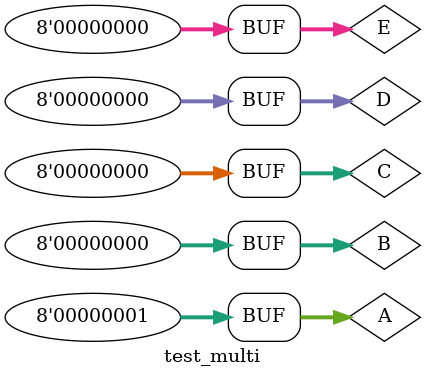
<source format=sv>
`timescale 1ns / 1ps


module test_multi();
    logic [7:0]A;
    logic [7:0]B;
    logic [7:0]C;
    logic [7:0]D;
    logic [7:0]E;
    logic [3:0]sel;
    logic [7:0]out;
  
  multi DUT (
    .A(A),
    .B(B),
    .C(C),
    .D(D),
    .E(E),
    .sel(sel),
    .out(out)
    
    );
  initial begin
     A=4'd0;
     B=4'd0;
     C=4'd0;
     D=4'd0;
     E=4'd0;
     #3
     A=4'd1;   
  end  
endmodule

</source>
